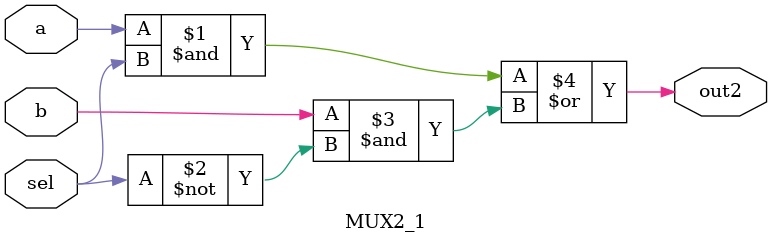
<source format=v>
`timescale 1ns / 1ps


module MUX2_1(a,b,sel,out2);
    input a,b,sel;
    output out2;
    assign out2 = (a&sel) |(b&(~sel));

endmodule

</source>
